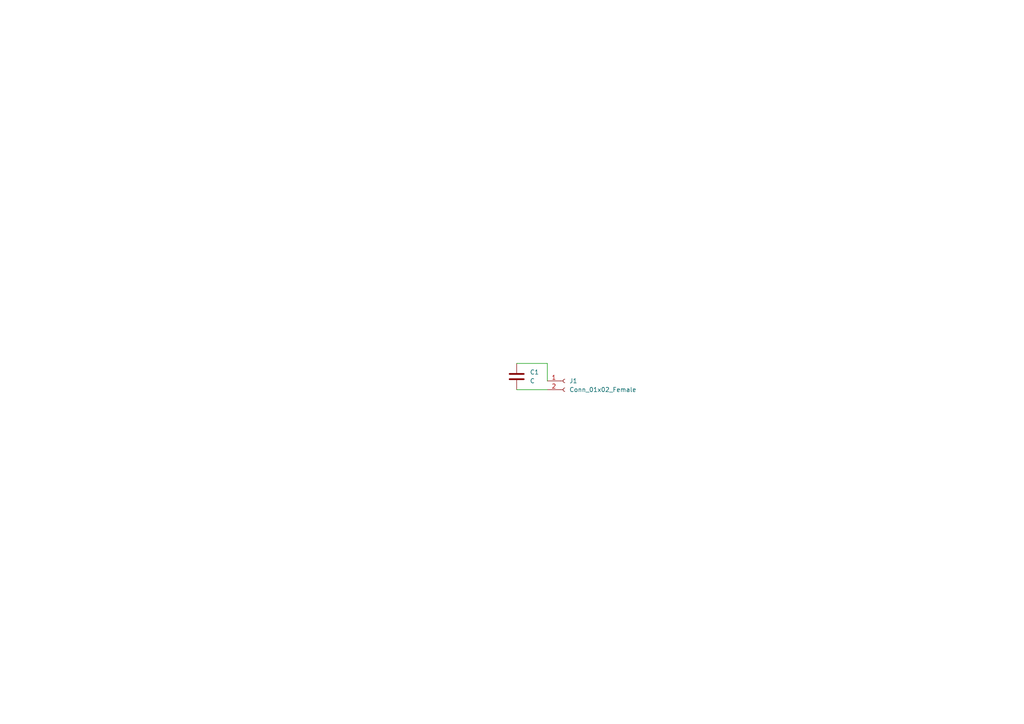
<source format=kicad_sch>
(kicad_sch (version 20211123) (generator eeschema)
  (paper "A4")
  (lib_symbols
    (symbol "Connector:Conn_01x02_Female" (pin_names (offset 1.016) hide)
      (property "Reference" "J" (at 0 2.54 0))
      (property "Value" "Conn_01x02_Female" (at 0 -5.08 0))
      (symbol "Conn_01x02_Female_1_1"
        (arc (start 0 -2.032) (mid -0.508 -2.54) (end 0 -3.048) (stroke (width 0.1524)))
        (polyline (pts (xy -1.27 -2.54) (xy -0.508 -2.54)) (stroke (width 0.1524)))
        (polyline (pts (xy -1.27 0) (xy -0.508 0)) (stroke (width 0.1524)))
        (arc (start 0 0.508) (mid -0.508 0) (end 0 -0.508) (stroke (width 0.1524)))
        (pin passive line (at -5.08 0 0) (length 3.81) (name "Pin_1") (number "1"))
        (pin passive line (at -5.08 -2.54 0) (length 3.81) (name "Pin_2") (number "2"))
      )
    )
    (symbol "Device:C" (pin_numbers hide) (pin_names (offset 0.254))
      (property "Reference" "C" (at 0.635 2.54 0))
      (property "Value" "C" (at 0.635 -2.54 0))
      (symbol "C_0_1"
        (polyline (pts (xy -2.032 -0.762) (xy 2.032 -0.762)) (stroke (width 0.508)))
        (polyline (pts (xy -2.032 0.762) (xy 2.032 0.762)) (stroke (width 0.508)))
      )
      (symbol "C_1_1"
        (pin passive line (at 0 3.81 270) (length 2.794) (name "~") (number "1"))
        (pin passive line (at 0 -3.81 90) (length 2.794) (name "~") (number "2"))
      )
    )
  )
  (wire (pts (xy 158.75 113.03) (xy 149.86 113.03)))
  (wire (pts (xy 158.75 105.41) (xy 158.75 110.49)))
  (wire (pts (xy 149.86 105.41) (xy 158.75 105.41)))
  (symbol (lib_id "Connector:Conn_01x02_Female") (at 163.83 110.49 0) (unit 1)
    (property "Reference" "J1" (at 165.1 110.4899 0) (effects (justify left)))
    (property "Value" "Conn_01x02_Female" (at 165.1 113.0299 0) (effects (justify left)))
    (property "Footprint" "Connector_PinHeader_2.54mm:PinHeader_1x02_P2.54mm_Vertical" (effects hide))
  )
  (symbol (lib_id "Device:C") (at 149.86 109.22 0) (unit 1)
    (property "Reference" "C1" (at 153.67 107.9499 0) (effects (justify left)))
    (property "Value" "C" (at 153.67 110.4899 0) (effects (justify left)))
    (property "Footprint" "Capacitor_THT:CP_Radial_D22.0mm_P10.00mm_SnapIn" (effects hide))
  )
)
</source>
